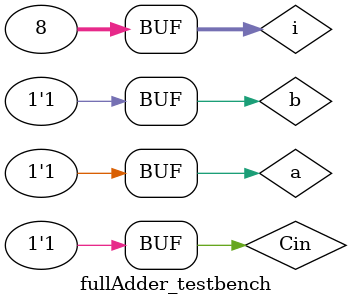
<source format=sv>
`timescale 1ns/10ps

module fullAdder (a, b, Cin, sum, Cout);

	input logic a, b, Cin;
	output logic sum, Cout;
	
	logic ab, bCin, aCin;
	
   xor #0.05 c (sum, a, b, Cin);
	
	and #0.05 d (ab, a, b);
	and #0.05 e (bCin, b, Cin);
	and #0.05 f (aCin, a, Cin);
	
	or #0.05 g (Cout, ab, bCin, aCin);
   
endmodule


module fullAdder_testbench();

	logic a, b, Cin, sum, Cout;
	
	fullAdder dut (.a, .b, .Cin, .sum, .Cout);
	
	integer i;
	initial begin
		for (i = 0; i < 8; i++) begin
			{a, b, Cin} = i; #10;
		end
	end

endmodule


</source>
